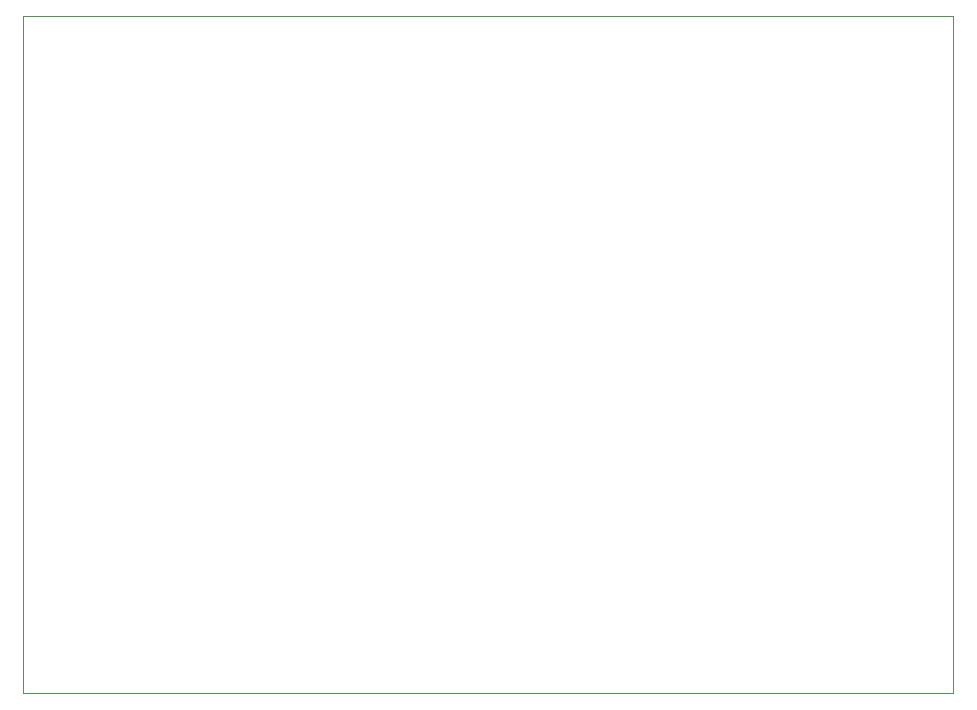
<source format=gbr>
G04*
G04 #@! TF.GenerationSoftware,Altium Limited,Altium Designer,24.10.1 (45)*
G04*
G04 Layer_Color=0*
%FSLAX25Y25*%
%MOIN*%
G70*
G04*
G04 #@! TF.SameCoordinates,82B40839-DE60-4B9F-80D9-4B01C0AB2508*
G04*
G04*
G04 #@! TF.FilePolarity,Positive*
G04*
G01*
G75*
%ADD63C,0.00100*%
D63*
X0Y0D02*
X310000D01*
Y225500D01*
X0D01*
Y0D01*
M02*

</source>
